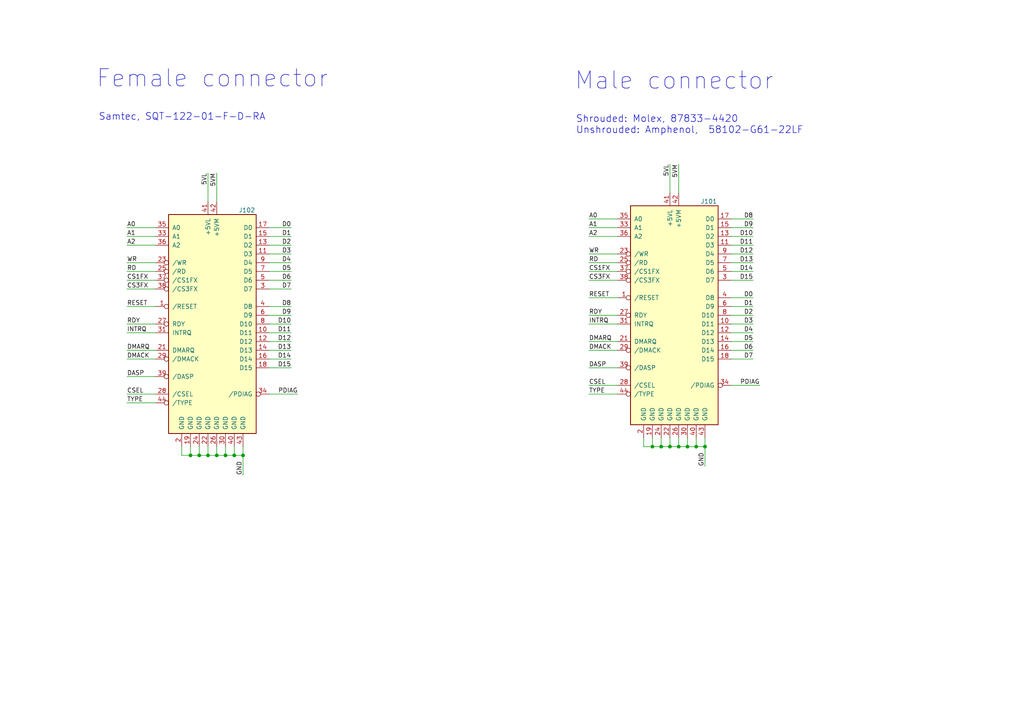
<source format=kicad_sch>
(kicad_sch (version 20250114) (generator "eeschema") (generator_version "9.0")
  (paper "A4")
  (title_block (title "IDE Byteswap adapter") (date "2025") (rev "A0") (company "Licensed under CERN-OHL-W v2") (comment 1 "(c)2025 Anders Granlund"))
  (lib_symbols
    (symbol "68k:IDE44" (pin_names (offset 1.016))
      (property "Reference" "J" (at -26.67 26.67 0))
      (property "Value" "IDE44" (at -5.08 26.67 0))
      (symbol "IDE44_1_1"
        (rectangle (start -26.67 25.4) (end -1.27 -38.1) (stroke (width 0.254)) (fill (type background)))
        (pin input line (at -30.48 21.59 0) (length 3.81) (name "A0") (number "35"))
        (pin input line (at -30.48 19.05 0) (length 3.81) (name "A1") (number "33"))
        (pin input line (at -30.48 16.51 0) (length 3.81) (name "A2") (number "36"))
        (pin input inverted (at -30.48 11.43 0) (length 3.81) (name "/WR") (number "23"))
        (pin input inverted (at -30.48 8.89 0) (length 3.81) (name "/RD") (number "25"))
        (pin input inverted (at -30.48 6.35 0) (length 3.81) (name "/CS1FX") (number "37"))
        (pin input inverted (at -30.48 3.81 0) (length 3.81) (name "/CS3FX") (number "38"))
        (pin input inverted (at -30.48 -1.27 0) (length 3.81) (name "/RESET") (number "1"))
        (pin open_collector inverted (at -30.48 -6.35 0) (length 3.81) (name "RDY") (number "27"))
        (pin open_collector line (at -30.48 -8.89 0) (length 3.81) (name "INTRQ") (number "31"))
        (pin output line (at -30.48 -13.97 0) (length 3.81) (name "DMARQ") (number "21"))
        (pin input inverted (at -30.48 -16.51 0) (length 3.81) (name "/DMACK") (number "29"))
        (pin open_collector inverted (at -30.48 -21.59 0) (length 3.81) (name "/DASP") (number "39"))
        (pin input line (at -30.48 -26.67 0) (length 3.81) (name "/CSEL") (number "28"))
        (pin input inverted (at -30.48 -29.21 0) (length 3.81) (name "/TYPE") (number "44"))
        (pin power_in line (at -22.86 -41.91 90) (length 3.81) (name "GND") (number "2"))
        (pin power_in line (at -20.32 -41.91 90) (length 3.81) (name "GND") (number "19"))
        (pin power_in line (at -17.78 -41.91 90) (length 3.81) (name "GND") (number "24"))
        (pin power_in line (at -15.24 29.21 270) (length 3.81) (name "+5VL") (number "41"))
        (pin power_in line (at -15.24 -41.91 90) (length 3.81) (name "GND") (number "22"))
        (pin power_in line (at -12.7 29.21 270) (length 3.81) (name "+5VM") (number "42"))
        (pin power_in line (at -12.7 -41.91 90) (length 3.81) (name "GND") (number "26"))
        (pin power_in line (at -10.16 -41.91 90) (length 3.81) (name "GND") (number "30"))
        (pin power_in line (at -7.62 -41.91 90) (length 3.81) (name "GND") (number "40"))
        (pin power_in line (at -5.08 -41.91 90) (length 3.81) (name "GND") (number "43"))
        (pin tri_state line (at 2.54 21.59 180) (length 3.81) (name "D0") (number "17"))
        (pin tri_state line (at 2.54 19.05 180) (length 3.81) (name "D1") (number "15"))
        (pin tri_state line (at 2.54 16.51 180) (length 3.81) (name "D2") (number "13"))
        (pin tri_state line (at 2.54 13.97 180) (length 3.81) (name "D3") (number "11"))
        (pin tri_state line (at 2.54 11.43 180) (length 3.81) (name "D4") (number "9"))
        (pin tri_state line (at 2.54 8.89 180) (length 3.81) (name "D5") (number "7"))
        (pin tri_state line (at 2.54 6.35 180) (length 3.81) (name "D6") (number "5"))
        (pin tri_state line (at 2.54 3.81 180) (length 3.81) (name "D7") (number "3"))
        (pin tri_state line (at 2.54 -1.27 180) (length 3.81) (name "D8") (number "4"))
        (pin tri_state line (at 2.54 -3.81 180) (length 3.81) (name "D9") (number "6"))
        (pin tri_state line (at 2.54 -6.35 180) (length 3.81) (name "D10") (number "8"))
        (pin tri_state line (at 2.54 -8.89 180) (length 3.81) (name "D11") (number "10"))
        (pin tri_state line (at 2.54 -11.43 180) (length 3.81) (name "D12") (number "12"))
        (pin tri_state line (at 2.54 -13.97 180) (length 3.81) (name "D13") (number "14"))
        (pin tri_state line (at 2.54 -16.51 180) (length 3.81) (name "D14") (number "16"))
        (pin tri_state line (at 2.54 -19.05 180) (length 3.81) (name "D15") (number "18"))
        (pin no_connect inverted (at 2.54 -22.86 180) (length 3.81) (hide yes) (name "/CS16") (number "32"))
        (pin output inverted (at 2.54 -26.67 180) (length 3.81) (name "/PDIAG") (number "34"))
        (pin no_connect line (at 2.54 -29.21 180) (length 3.81) (hide yes) (name "KEY") (number "20"))
      )
    )
  )
  (text "Female connector" (at 61.595 22.86 0) (effects (font (size 5 5))))
  (text "Male connector" (at 195.58 23.495 0) (effects (font (size 5 5))))
  (text "Shrouded: Molex, 87833-4420\nUnshrouded: Amphenol,  58102-G61-22LF\n" (at 167.005 36.195 0) (effects (font (size 2 2)) (justify left)))
  (text "Samtec, SQT-122-01-F-D-RA\n\n" (at 28.575 35.56 0) (effects (font (size 2 2)) (justify left)))
  (junction (at 55.245 132.08))
  (junction (at 65.405 132.08))
  (junction (at 191.77 129.54))
  (junction (at 60.325 132.08))
  (junction (at 204.47 129.54))
  (junction (at 189.23 129.54))
  (junction (at 70.485 132.08))
  (junction (at 199.39 129.54))
  (junction (at 57.785 132.08))
  (junction (at 194.31 129.54))
  (junction (at 62.865 132.08))
  (junction (at 201.93 129.54))
  (junction (at 67.945 132.08))
  (junction (at 196.85 129.54))
  (wire (pts (xy 196.85 47.625) (xy 196.85 55.88)))
  (wire (pts (xy 170.815 78.74) (xy 179.07 78.74)))
  (wire (pts (xy 84.455 78.74) (xy 78.105 78.74)))
  (wire (pts (xy 52.705 129.54) (xy 52.705 132.08)))
  (wire (pts (xy 189.23 129.54) (xy 191.77 129.54)))
  (wire (pts (xy 84.455 91.44) (xy 78.105 91.44)))
  (wire (pts (xy 218.44 96.52) (xy 212.09 96.52)))
  (wire (pts (xy 170.815 66.04) (xy 179.07 66.04)))
  (wire (pts (xy 60.325 132.08) (xy 62.865 132.08)))
  (wire (pts (xy 84.455 83.82) (xy 78.105 83.82)))
  (wire (pts (xy 84.455 88.9) (xy 78.105 88.9)))
  (wire (pts (xy 84.455 101.6) (xy 78.105 101.6)))
  (wire (pts (xy 199.39 127) (xy 199.39 129.54)))
  (wire (pts (xy 218.44 91.44) (xy 212.09 91.44)))
  (wire (pts (xy 84.455 66.04) (xy 78.105 66.04)))
  (wire (pts (xy 191.77 129.54) (xy 194.31 129.54)))
  (wire (pts (xy 218.44 86.36) (xy 212.09 86.36)))
  (wire (pts (xy 60.325 129.54) (xy 60.325 132.08)))
  (wire (pts (xy 170.815 106.68) (xy 179.07 106.68)))
  (wire (pts (xy 201.93 127) (xy 201.93 129.54)))
  (wire (pts (xy 84.455 76.2) (xy 78.105 76.2)))
  (wire (pts (xy 170.815 81.28) (xy 179.07 81.28)))
  (wire (pts (xy 55.245 132.08) (xy 57.785 132.08)))
  (wire (pts (xy 220.345 111.76) (xy 212.09 111.76)))
  (wire (pts (xy 196.85 129.54) (xy 199.39 129.54)))
  (wire (pts (xy 194.31 129.54) (xy 196.85 129.54)))
  (wire (pts (xy 57.785 132.08) (xy 60.325 132.08)))
  (wire (pts (xy 36.83 66.04) (xy 45.085 66.04)))
  (wire (pts (xy 36.83 101.6) (xy 45.085 101.6)))
  (wire (pts (xy 218.44 99.06) (xy 212.09 99.06)))
  (wire (pts (xy 70.485 132.08) (xy 70.485 137.795)))
  (wire (pts (xy 36.83 109.22) (xy 45.085 109.22)))
  (wire (pts (xy 67.945 132.08) (xy 70.485 132.08)))
  (wire (pts (xy 218.44 93.98) (xy 212.09 93.98)))
  (wire (pts (xy 55.245 129.54) (xy 55.245 132.08)))
  (wire (pts (xy 170.815 111.76) (xy 179.07 111.76)))
  (wire (pts (xy 62.865 132.08) (xy 65.405 132.08)))
  (wire (pts (xy 199.39 129.54) (xy 201.93 129.54)))
  (wire (pts (xy 170.815 63.5) (xy 179.07 63.5)))
  (wire (pts (xy 218.44 63.5) (xy 212.09 63.5)))
  (wire (pts (xy 36.83 93.98) (xy 45.085 93.98)))
  (wire (pts (xy 84.455 73.66) (xy 78.105 73.66)))
  (wire (pts (xy 170.815 114.3) (xy 179.07 114.3)))
  (wire (pts (xy 191.77 127) (xy 191.77 129.54)))
  (wire (pts (xy 170.815 68.58) (xy 179.07 68.58)))
  (wire (pts (xy 36.83 78.74) (xy 45.085 78.74)))
  (wire (pts (xy 36.83 96.52) (xy 45.085 96.52)))
  (wire (pts (xy 84.455 81.28) (xy 78.105 81.28)))
  (wire (pts (xy 57.785 129.54) (xy 57.785 132.08)))
  (wire (pts (xy 170.815 73.66) (xy 179.07 73.66)))
  (wire (pts (xy 170.815 76.2) (xy 179.07 76.2)))
  (wire (pts (xy 194.31 127) (xy 194.31 129.54)))
  (wire (pts (xy 186.69 127) (xy 186.69 129.54)))
  (wire (pts (xy 60.325 50.165) (xy 60.325 58.42)))
  (wire (pts (xy 218.44 76.2) (xy 212.09 76.2)))
  (wire (pts (xy 67.945 129.54) (xy 67.945 132.08)))
  (wire (pts (xy 204.47 127) (xy 204.47 129.54)))
  (wire (pts (xy 218.44 68.58) (xy 212.09 68.58)))
  (wire (pts (xy 218.44 88.9) (xy 212.09 88.9)))
  (wire (pts (xy 36.83 114.3) (xy 45.085 114.3)))
  (wire (pts (xy 70.485 129.54) (xy 70.485 132.08)))
  (wire (pts (xy 189.23 127) (xy 189.23 129.54)))
  (wire (pts (xy 36.83 76.2) (xy 45.085 76.2)))
  (wire (pts (xy 65.405 132.08) (xy 67.945 132.08)))
  (wire (pts (xy 36.83 88.9) (xy 45.085 88.9)))
  (wire (pts (xy 84.455 68.58) (xy 78.105 68.58)))
  (wire (pts (xy 218.44 71.12) (xy 212.09 71.12)))
  (wire (pts (xy 36.83 71.12) (xy 45.085 71.12)))
  (wire (pts (xy 170.815 86.36) (xy 179.07 86.36)))
  (wire (pts (xy 62.865 129.54) (xy 62.865 132.08)))
  (wire (pts (xy 218.44 78.74) (xy 212.09 78.74)))
  (wire (pts (xy 65.405 129.54) (xy 65.405 132.08)))
  (wire (pts (xy 84.455 99.06) (xy 78.105 99.06)))
  (wire (pts (xy 204.47 129.54) (xy 204.47 135.255)))
  (wire (pts (xy 84.455 104.14) (xy 78.105 104.14)))
  (wire (pts (xy 52.705 132.08) (xy 55.245 132.08)))
  (wire (pts (xy 36.83 104.14) (xy 45.085 104.14)))
  (wire (pts (xy 36.83 116.84) (xy 45.085 116.84)))
  (wire (pts (xy 84.455 93.98) (xy 78.105 93.98)))
  (wire (pts (xy 194.31 47.625) (xy 194.31 55.88)))
  (wire (pts (xy 170.815 99.06) (xy 179.07 99.06)))
  (wire (pts (xy 218.44 73.66) (xy 212.09 73.66)))
  (wire (pts (xy 84.455 71.12) (xy 78.105 71.12)))
  (wire (pts (xy 218.44 104.14) (xy 212.09 104.14)))
  (wire (pts (xy 201.93 129.54) (xy 204.47 129.54)))
  (wire (pts (xy 36.83 83.82) (xy 45.085 83.82)))
  (wire (pts (xy 84.455 106.68) (xy 78.105 106.68)))
  (wire (pts (xy 218.44 66.04) (xy 212.09 66.04)))
  (wire (pts (xy 170.815 93.98) (xy 179.07 93.98)))
  (wire (pts (xy 62.865 50.165) (xy 62.865 58.42)))
  (wire (pts (xy 218.44 101.6) (xy 212.09 101.6)))
  (wire (pts (xy 186.69 129.54) (xy 189.23 129.54)))
  (wire (pts (xy 170.815 101.6) (xy 179.07 101.6)))
  (wire (pts (xy 86.36 114.3) (xy 78.105 114.3)))
  (wire (pts (xy 36.83 68.58) (xy 45.085 68.58)))
  (wire (pts (xy 36.83 81.28) (xy 45.085 81.28)))
  (wire (pts (xy 196.85 127) (xy 196.85 129.54)))
  (wire (pts (xy 218.44 81.28) (xy 212.09 81.28)))
  (wire (pts (xy 170.815 91.44) (xy 179.07 91.44)))
  (wire (pts (xy 84.455 96.52) (xy 78.105 96.52)))
  (label "D1" (at 218.44 88.9 180))
  (label "PDIAG" (at 220.345 111.76 180))
  (label "D5" (at 84.455 78.74 180))
  (label "D8" (at 84.455 88.9 180))
  (label "D11" (at 84.455 96.52 180))
  (label "D7" (at 84.455 83.82 180))
  (label "CS3FX" (at 36.83 83.82 0))
  (label "D7" (at 218.44 104.14 180))
  (label "D1" (at 84.455 68.58 180))
  (label "5VM" (at 196.85 47.625 270))
  (label "RDY" (at 36.83 93.98 0))
  (label "D10" (at 84.455 93.98 180))
  (label "PDIAG" (at 86.36 114.3 180))
  (label "CSEL" (at 36.83 114.3 0))
  (label "RESET" (at 170.815 86.36 0))
  (label "RDY" (at 170.815 91.44 0))
  (label "A0" (at 36.83 66.04 0))
  (label "D0" (at 218.44 86.36 180))
  (label "INTRQ" (at 36.83 96.52 0))
  (label "D5" (at 218.44 99.06 180))
  (label "DMARQ" (at 36.83 101.6 0))
  (label "GND" (at 204.47 135.255 90))
  (label "D15" (at 218.44 81.28 180))
  (label "WR" (at 170.815 73.66 0))
  (label "DASP" (at 36.83 109.22 0))
  (label "RD" (at 36.83 78.74 0))
  (label "CS1FX" (at 36.83 81.28 0))
  (label "DASP" (at 170.815 106.68 0))
  (label "D13" (at 218.44 76.2 180))
  (label "A2" (at 170.815 68.58 0))
  (label "D13" (at 84.455 101.6 180))
  (label "D12" (at 84.455 99.06 180))
  (label "D4" (at 218.44 96.52 180))
  (label "A2" (at 36.83 71.12 0))
  (label "D8" (at 218.44 63.5 180))
  (label "D2" (at 218.44 91.44 180))
  (label "A1" (at 170.815 66.04 0))
  (label "D14" (at 218.44 78.74 180))
  (label "GND" (at 70.485 137.795 90))
  (label "CSEL" (at 170.815 111.76 0))
  (label "A0" (at 170.815 63.5 0))
  (label "D4" (at 84.455 76.2 180))
  (label "D9" (at 218.44 66.04 180))
  (label "D3" (at 84.455 73.66 180))
  (label "D3" (at 218.44 93.98 180))
  (label "D6" (at 218.44 101.6 180))
  (label "D0" (at 84.455 66.04 180))
  (label "TYPE" (at 36.83 116.84 0))
  (label "D9" (at 84.455 91.44 180))
  (label "D14" (at 84.455 104.14 180))
  (label "D11" (at 218.44 71.12 180))
  (label "CS3FX" (at 170.815 81.28 0))
  (label "D10" (at 218.44 68.58 180))
  (label "D12" (at 218.44 73.66 180))
  (label "DMACK" (at 36.83 104.14 0))
  (label "5VM" (at 62.865 50.165 270))
  (label "DMACK" (at 170.815 101.6 0))
  (label "DMARQ" (at 170.815 99.06 0))
  (label "WR" (at 36.83 76.2 0))
  (label "CS1FX" (at 170.815 78.74 0))
  (label "D15" (at 84.455 106.68 180))
  (label "TYPE" (at 170.815 114.3 0))
  (label "RESET" (at 36.83 88.9 0))
  (label "A1" (at 36.83 68.58 0))
  (label "INTRQ" (at 170.815 93.98 0))
  (label "D6" (at 84.455 81.28 180))
  (label "5VL" (at 60.325 50.165 270))
  (label "5VL" (at 194.31 47.625 270))
  (label "D2" (at 84.455 71.12 180))
  (label "RD" (at 170.815 76.2 0))
  (symbol (lib_id "68k:IDE44") (at 209.55 85.09 0) (unit 1)
    (property "Reference" "J101" (at 203.2 58.42 0) (effects (justify left)))
    (property "Value" "IDE44" (effects (hide yes)))
    (property "Footprint" "68k:IDE_Horizontal" (effects (hide yes)))
    (property "Description" "Connector pin header" (effects (hide yes)))
    (property "Manufacturer_Name" "Amphenol" (effects (hide yes)))
    (property "Manufacturer_Part_Number" "58102-G61-22LF" (effects (hide yes)))
  )
  (symbol (lib_id "68k:IDE44") (at 75.565 87.63 0) (unit 1)
    (property "Reference" "J102" (at 69.215 60.96 0) (effects (justify left)))
    (property "Value" "IDE44" (effects (hide yes)))
    (property "Footprint" "68k:PinSocket_2x22_P2.00mm_Horizontal" (effects (hide yes)))
    (property "Description" "44pin IDE socket" (effects (hide yes)))
    (property "Manufacturer_Name" "Samtec" (effects (hide yes)))
    (property "Manufacturer_Part_Number" "SQT-122-01-F-D-RA" (effects (hide yes)))
  )
)
</source>
